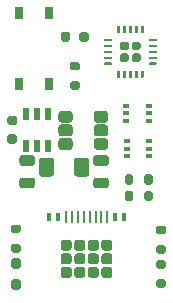
<source format=gbr>
%TF.GenerationSoftware,KiCad,Pcbnew,(5.1.9-0-10_14)*%
%TF.CreationDate,2021-08-07T11:32:03+01:00*%
%TF.ProjectId,Shelly,5368656c-6c79-42e6-9b69-6361645f7063,4*%
%TF.SameCoordinates,Original*%
%TF.FileFunction,Paste,Top*%
%TF.FilePolarity,Positive*%
%FSLAX46Y46*%
G04 Gerber Fmt 4.6, Leading zero omitted, Abs format (unit mm)*
G04 Created by KiCad (PCBNEW (5.1.9-0-10_14)) date 2021-08-07 11:32:03*
%MOMM*%
%LPD*%
G01*
G04 APERTURE LIST*
%ADD10R,0.585000X0.360000*%
%ADD11R,0.540000X0.990000*%
%ADD12R,0.720000X1.080000*%
%ADD13R,0.420000X0.798000*%
%ADD14R,0.270000X1.026000*%
G04 APERTURE END LIST*
D10*
%TO.C,D3*%
X182250000Y-66750000D03*
X182250000Y-68050000D03*
X180350000Y-67400000D03*
X182250000Y-67400000D03*
X180350000Y-68050000D03*
X180350000Y-66750000D03*
%TD*%
%TO.C,D2*%
X182300000Y-69750000D03*
X182300000Y-71050000D03*
X180400000Y-70400000D03*
X182300000Y-70400000D03*
X180400000Y-71050000D03*
X180400000Y-69750000D03*
%TD*%
%TO.C,U1*%
G36*
G01*
X180575000Y-61511000D02*
X180575000Y-61889000D01*
G75*
G02*
X180389000Y-62075000I-186000J0D01*
G01*
X180011000Y-62075000D01*
G75*
G02*
X179825000Y-61889000I0J186000D01*
G01*
X179825000Y-61511000D01*
G75*
G02*
X180011000Y-61325000I186000J0D01*
G01*
X180389000Y-61325000D01*
G75*
G02*
X180575000Y-61511000I0J-186000D01*
G01*
G37*
G36*
G01*
X180575000Y-62511000D02*
X180575000Y-62889000D01*
G75*
G02*
X180389000Y-63075000I-186000J0D01*
G01*
X180011000Y-63075000D01*
G75*
G02*
X179825000Y-62889000I0J186000D01*
G01*
X179825000Y-62511000D01*
G75*
G02*
X180011000Y-62325000I186000J0D01*
G01*
X180389000Y-62325000D01*
G75*
G02*
X180575000Y-62511000I0J-186000D01*
G01*
G37*
G36*
G01*
X181575000Y-61511000D02*
X181575000Y-61889000D01*
G75*
G02*
X181389000Y-62075000I-186000J0D01*
G01*
X181011000Y-62075000D01*
G75*
G02*
X180825000Y-61889000I0J186000D01*
G01*
X180825000Y-61511000D01*
G75*
G02*
X181011000Y-61325000I186000J0D01*
G01*
X181389000Y-61325000D01*
G75*
G02*
X181575000Y-61511000I0J-186000D01*
G01*
G37*
G36*
G01*
X181575000Y-62511000D02*
X181575000Y-62889000D01*
G75*
G02*
X181389000Y-63075000I-186000J0D01*
G01*
X181011000Y-63075000D01*
G75*
G02*
X180825000Y-62889000I0J186000D01*
G01*
X180825000Y-62511000D01*
G75*
G02*
X181011000Y-62325000I186000J0D01*
G01*
X181389000Y-62325000D01*
G75*
G02*
X181575000Y-62511000I0J-186000D01*
G01*
G37*
G36*
G01*
X181812500Y-63841250D02*
X181812500Y-64358750D01*
G75*
G02*
X181756250Y-64415000I-56250J0D01*
G01*
X181643750Y-64415000D01*
G75*
G02*
X181587500Y-64358750I0J56250D01*
G01*
X181587500Y-63841250D01*
G75*
G02*
X181643750Y-63785000I56250J0D01*
G01*
X181756250Y-63785000D01*
G75*
G02*
X181812500Y-63841250I0J-56250D01*
G01*
G37*
G36*
G01*
X181312500Y-63841250D02*
X181312500Y-64358750D01*
G75*
G02*
X181256250Y-64415000I-56250J0D01*
G01*
X181143750Y-64415000D01*
G75*
G02*
X181087500Y-64358750I0J56250D01*
G01*
X181087500Y-63841250D01*
G75*
G02*
X181143750Y-63785000I56250J0D01*
G01*
X181256250Y-63785000D01*
G75*
G02*
X181312500Y-63841250I0J-56250D01*
G01*
G37*
G36*
G01*
X180812500Y-63841250D02*
X180812500Y-64358750D01*
G75*
G02*
X180756250Y-64415000I-56250J0D01*
G01*
X180643750Y-64415000D01*
G75*
G02*
X180587500Y-64358750I0J56250D01*
G01*
X180587500Y-63841250D01*
G75*
G02*
X180643750Y-63785000I56250J0D01*
G01*
X180756250Y-63785000D01*
G75*
G02*
X180812500Y-63841250I0J-56250D01*
G01*
G37*
G36*
G01*
X180312500Y-63841250D02*
X180312500Y-64358750D01*
G75*
G02*
X180256250Y-64415000I-56250J0D01*
G01*
X180143750Y-64415000D01*
G75*
G02*
X180087500Y-64358750I0J56250D01*
G01*
X180087500Y-63841250D01*
G75*
G02*
X180143750Y-63785000I56250J0D01*
G01*
X180256250Y-63785000D01*
G75*
G02*
X180312500Y-63841250I0J-56250D01*
G01*
G37*
G36*
G01*
X179812500Y-63841250D02*
X179812500Y-64358750D01*
G75*
G02*
X179756250Y-64415000I-56250J0D01*
G01*
X179643750Y-64415000D01*
G75*
G02*
X179587500Y-64358750I0J56250D01*
G01*
X179587500Y-63841250D01*
G75*
G02*
X179643750Y-63785000I56250J0D01*
G01*
X179756250Y-63785000D01*
G75*
G02*
X179812500Y-63841250I0J-56250D01*
G01*
G37*
G36*
G01*
X179115000Y-63143750D02*
X179115000Y-63256250D01*
G75*
G02*
X179058750Y-63312500I-56250J0D01*
G01*
X178541250Y-63312500D01*
G75*
G02*
X178485000Y-63256250I0J56250D01*
G01*
X178485000Y-63143750D01*
G75*
G02*
X178541250Y-63087500I56250J0D01*
G01*
X179058750Y-63087500D01*
G75*
G02*
X179115000Y-63143750I0J-56250D01*
G01*
G37*
G36*
G01*
X179115000Y-62643750D02*
X179115000Y-62756250D01*
G75*
G02*
X179058750Y-62812500I-56250J0D01*
G01*
X178541250Y-62812500D01*
G75*
G02*
X178485000Y-62756250I0J56250D01*
G01*
X178485000Y-62643750D01*
G75*
G02*
X178541250Y-62587500I56250J0D01*
G01*
X179058750Y-62587500D01*
G75*
G02*
X179115000Y-62643750I0J-56250D01*
G01*
G37*
G36*
G01*
X179115000Y-62143750D02*
X179115000Y-62256250D01*
G75*
G02*
X179058750Y-62312500I-56250J0D01*
G01*
X178541250Y-62312500D01*
G75*
G02*
X178485000Y-62256250I0J56250D01*
G01*
X178485000Y-62143750D01*
G75*
G02*
X178541250Y-62087500I56250J0D01*
G01*
X179058750Y-62087500D01*
G75*
G02*
X179115000Y-62143750I0J-56250D01*
G01*
G37*
G36*
G01*
X179115000Y-61643750D02*
X179115000Y-61756250D01*
G75*
G02*
X179058750Y-61812500I-56250J0D01*
G01*
X178541250Y-61812500D01*
G75*
G02*
X178485000Y-61756250I0J56250D01*
G01*
X178485000Y-61643750D01*
G75*
G02*
X178541250Y-61587500I56250J0D01*
G01*
X179058750Y-61587500D01*
G75*
G02*
X179115000Y-61643750I0J-56250D01*
G01*
G37*
G36*
G01*
X179115000Y-61143750D02*
X179115000Y-61256250D01*
G75*
G02*
X179058750Y-61312500I-56250J0D01*
G01*
X178541250Y-61312500D01*
G75*
G02*
X178485000Y-61256250I0J56250D01*
G01*
X178485000Y-61143750D01*
G75*
G02*
X178541250Y-61087500I56250J0D01*
G01*
X179058750Y-61087500D01*
G75*
G02*
X179115000Y-61143750I0J-56250D01*
G01*
G37*
G36*
G01*
X179812500Y-60041250D02*
X179812500Y-60558750D01*
G75*
G02*
X179756250Y-60615000I-56250J0D01*
G01*
X179643750Y-60615000D01*
G75*
G02*
X179587500Y-60558750I0J56250D01*
G01*
X179587500Y-60041250D01*
G75*
G02*
X179643750Y-59985000I56250J0D01*
G01*
X179756250Y-59985000D01*
G75*
G02*
X179812500Y-60041250I0J-56250D01*
G01*
G37*
G36*
G01*
X180312500Y-60041250D02*
X180312500Y-60558750D01*
G75*
G02*
X180256250Y-60615000I-56250J0D01*
G01*
X180143750Y-60615000D01*
G75*
G02*
X180087500Y-60558750I0J56250D01*
G01*
X180087500Y-60041250D01*
G75*
G02*
X180143750Y-59985000I56250J0D01*
G01*
X180256250Y-59985000D01*
G75*
G02*
X180312500Y-60041250I0J-56250D01*
G01*
G37*
G36*
G01*
X180812500Y-60041250D02*
X180812500Y-60558750D01*
G75*
G02*
X180756250Y-60615000I-56250J0D01*
G01*
X180643750Y-60615000D01*
G75*
G02*
X180587500Y-60558750I0J56250D01*
G01*
X180587500Y-60041250D01*
G75*
G02*
X180643750Y-59985000I56250J0D01*
G01*
X180756250Y-59985000D01*
G75*
G02*
X180812500Y-60041250I0J-56250D01*
G01*
G37*
G36*
G01*
X181312500Y-60041250D02*
X181312500Y-60558750D01*
G75*
G02*
X181256250Y-60615000I-56250J0D01*
G01*
X181143750Y-60615000D01*
G75*
G02*
X181087500Y-60558750I0J56250D01*
G01*
X181087500Y-60041250D01*
G75*
G02*
X181143750Y-59985000I56250J0D01*
G01*
X181256250Y-59985000D01*
G75*
G02*
X181312500Y-60041250I0J-56250D01*
G01*
G37*
G36*
G01*
X181812500Y-60041250D02*
X181812500Y-60558750D01*
G75*
G02*
X181756250Y-60615000I-56250J0D01*
G01*
X181643750Y-60615000D01*
G75*
G02*
X181587500Y-60558750I0J56250D01*
G01*
X181587500Y-60041250D01*
G75*
G02*
X181643750Y-59985000I56250J0D01*
G01*
X181756250Y-59985000D01*
G75*
G02*
X181812500Y-60041250I0J-56250D01*
G01*
G37*
G36*
G01*
X182915000Y-61143750D02*
X182915000Y-61256250D01*
G75*
G02*
X182858750Y-61312500I-56250J0D01*
G01*
X182341250Y-61312500D01*
G75*
G02*
X182285000Y-61256250I0J56250D01*
G01*
X182285000Y-61143750D01*
G75*
G02*
X182341250Y-61087500I56250J0D01*
G01*
X182858750Y-61087500D01*
G75*
G02*
X182915000Y-61143750I0J-56250D01*
G01*
G37*
G36*
G01*
X182915000Y-61643750D02*
X182915000Y-61756250D01*
G75*
G02*
X182858750Y-61812500I-56250J0D01*
G01*
X182341250Y-61812500D01*
G75*
G02*
X182285000Y-61756250I0J56250D01*
G01*
X182285000Y-61643750D01*
G75*
G02*
X182341250Y-61587500I56250J0D01*
G01*
X182858750Y-61587500D01*
G75*
G02*
X182915000Y-61643750I0J-56250D01*
G01*
G37*
G36*
G01*
X182915000Y-62143750D02*
X182915000Y-62256250D01*
G75*
G02*
X182858750Y-62312500I-56250J0D01*
G01*
X182341250Y-62312500D01*
G75*
G02*
X182285000Y-62256250I0J56250D01*
G01*
X182285000Y-62143750D01*
G75*
G02*
X182341250Y-62087500I56250J0D01*
G01*
X182858750Y-62087500D01*
G75*
G02*
X182915000Y-62143750I0J-56250D01*
G01*
G37*
G36*
G01*
X182915000Y-62643750D02*
X182915000Y-62756250D01*
G75*
G02*
X182858750Y-62812500I-56250J0D01*
G01*
X182341250Y-62812500D01*
G75*
G02*
X182285000Y-62756250I0J56250D01*
G01*
X182285000Y-62643750D01*
G75*
G02*
X182341250Y-62587500I56250J0D01*
G01*
X182858750Y-62587500D01*
G75*
G02*
X182915000Y-62643750I0J-56250D01*
G01*
G37*
G36*
G01*
X182915000Y-63143750D02*
X182915000Y-63256250D01*
G75*
G02*
X182858750Y-63312500I-56250J0D01*
G01*
X182341250Y-63312500D01*
G75*
G02*
X182285000Y-63256250I0J56250D01*
G01*
X182285000Y-63143750D01*
G75*
G02*
X182341250Y-63087500I56250J0D01*
G01*
X182858750Y-63087500D01*
G75*
G02*
X182915000Y-63143750I0J-56250D01*
G01*
G37*
%TD*%
%TO.C,Reg1*%
G36*
G01*
X177610000Y-70240000D02*
X177610000Y-69740000D01*
G75*
G02*
X177860000Y-69490000I250000J0D01*
G01*
X178560000Y-69490000D01*
G75*
G02*
X178810000Y-69740000I0J-250000D01*
G01*
X178810000Y-70240000D01*
G75*
G02*
X178560000Y-70490000I-250000J0D01*
G01*
X177860000Y-70490000D01*
G75*
G02*
X177610000Y-70240000I0J250000D01*
G01*
G37*
G36*
G01*
X177610000Y-69090000D02*
X177610000Y-68590000D01*
G75*
G02*
X177860000Y-68340000I250000J0D01*
G01*
X178560000Y-68340000D01*
G75*
G02*
X178810000Y-68590000I0J-250000D01*
G01*
X178810000Y-69090000D01*
G75*
G02*
X178560000Y-69340000I-250000J0D01*
G01*
X177860000Y-69340000D01*
G75*
G02*
X177610000Y-69090000I0J250000D01*
G01*
G37*
G36*
G01*
X177610000Y-67940000D02*
X177610000Y-67440000D01*
G75*
G02*
X177860000Y-67190000I250000J0D01*
G01*
X178560000Y-67190000D01*
G75*
G02*
X178810000Y-67440000I0J-250000D01*
G01*
X178810000Y-67940000D01*
G75*
G02*
X178560000Y-68190000I-250000J0D01*
G01*
X177860000Y-68190000D01*
G75*
G02*
X177610000Y-67940000I0J250000D01*
G01*
G37*
G36*
G01*
X174610000Y-69090000D02*
X174610000Y-68590000D01*
G75*
G02*
X174860000Y-68340000I250000J0D01*
G01*
X175560000Y-68340000D01*
G75*
G02*
X175810000Y-68590000I0J-250000D01*
G01*
X175810000Y-69090000D01*
G75*
G02*
X175560000Y-69340000I-250000J0D01*
G01*
X174860000Y-69340000D01*
G75*
G02*
X174610000Y-69090000I0J250000D01*
G01*
G37*
G36*
G01*
X174610000Y-70240000D02*
X174610000Y-69740000D01*
G75*
G02*
X174860000Y-69490000I250000J0D01*
G01*
X175560000Y-69490000D01*
G75*
G02*
X175810000Y-69740000I0J-250000D01*
G01*
X175810000Y-70240000D01*
G75*
G02*
X175560000Y-70490000I-250000J0D01*
G01*
X174860000Y-70490000D01*
G75*
G02*
X174610000Y-70240000I0J250000D01*
G01*
G37*
G36*
G01*
X174610000Y-67940000D02*
X174610000Y-67440000D01*
G75*
G02*
X174860000Y-67190000I250000J0D01*
G01*
X175560000Y-67190000D01*
G75*
G02*
X175810000Y-67440000I0J-250000D01*
G01*
X175810000Y-67940000D01*
G75*
G02*
X175560000Y-68190000I-250000J0D01*
G01*
X174860000Y-68190000D01*
G75*
G02*
X174610000Y-67940000I0J250000D01*
G01*
G37*
D11*
X173760000Y-67440000D03*
X171860000Y-67440000D03*
X172810000Y-67440000D03*
X171860000Y-70140000D03*
X172810000Y-70140000D03*
X173760000Y-70140000D03*
G36*
G01*
X177782500Y-70940000D02*
X178637500Y-70940000D01*
G75*
G02*
X178862500Y-71165000I0J-225000D01*
G01*
X178862500Y-71615000D01*
G75*
G02*
X178637500Y-71840000I-225000J0D01*
G01*
X177782500Y-71840000D01*
G75*
G02*
X177557500Y-71615000I0J225000D01*
G01*
X177557500Y-71165000D01*
G75*
G02*
X177782500Y-70940000I225000J0D01*
G01*
G37*
G36*
G01*
X177782500Y-72840000D02*
X178637500Y-72840000D01*
G75*
G02*
X178862500Y-73065000I0J-225000D01*
G01*
X178862500Y-73515000D01*
G75*
G02*
X178637500Y-73740000I-225000J0D01*
G01*
X177782500Y-73740000D01*
G75*
G02*
X177557500Y-73515000I0J225000D01*
G01*
X177557500Y-73065000D01*
G75*
G02*
X177782500Y-72840000I225000J0D01*
G01*
G37*
G36*
G01*
X171532500Y-72840000D02*
X172387500Y-72840000D01*
G75*
G02*
X172612500Y-73065000I0J-225000D01*
G01*
X172612500Y-73515000D01*
G75*
G02*
X172387500Y-73740000I-225000J0D01*
G01*
X171532500Y-73740000D01*
G75*
G02*
X171307500Y-73515000I0J225000D01*
G01*
X171307500Y-73065000D01*
G75*
G02*
X171532500Y-72840000I225000J0D01*
G01*
G37*
G36*
G01*
X171532500Y-70940000D02*
X172387500Y-70940000D01*
G75*
G02*
X172612500Y-71165000I0J-225000D01*
G01*
X172612500Y-71615000D01*
G75*
G02*
X172387500Y-71840000I-225000J0D01*
G01*
X171532500Y-71840000D01*
G75*
G02*
X171307500Y-71615000I0J225000D01*
G01*
X171307500Y-71165000D01*
G75*
G02*
X171532500Y-70940000I225000J0D01*
G01*
G37*
G36*
G01*
X170935000Y-68420000D02*
X170485000Y-68420000D01*
G75*
G02*
X170282500Y-68217500I0J202500D01*
G01*
X170282500Y-67812500D01*
G75*
G02*
X170485000Y-67610000I202500J0D01*
G01*
X170935000Y-67610000D01*
G75*
G02*
X171137500Y-67812500I0J-202500D01*
G01*
X171137500Y-68217500D01*
G75*
G02*
X170935000Y-68420000I-202500J0D01*
G01*
G37*
G36*
G01*
X170935000Y-69970000D02*
X170485000Y-69970000D01*
G75*
G02*
X170282500Y-69767500I0J202500D01*
G01*
X170282500Y-69362500D01*
G75*
G02*
X170485000Y-69160000I202500J0D01*
G01*
X170935000Y-69160000D01*
G75*
G02*
X171137500Y-69362500I0J-202500D01*
G01*
X171137500Y-69767500D01*
G75*
G02*
X170935000Y-69970000I-202500J0D01*
G01*
G37*
G36*
G01*
X172956250Y-72523064D02*
X172956250Y-71396936D01*
G75*
G02*
X173180686Y-71172500I224436J0D01*
G01*
X174014314Y-71172500D01*
G75*
G02*
X174238750Y-71396936I0J-224436D01*
G01*
X174238750Y-72523064D01*
G75*
G02*
X174014314Y-72747500I-224436J0D01*
G01*
X173180686Y-72747500D01*
G75*
G02*
X172956250Y-72523064I0J224436D01*
G01*
G37*
G36*
G01*
X175931250Y-72523064D02*
X175931250Y-71396936D01*
G75*
G02*
X176155686Y-71172500I224436J0D01*
G01*
X176989314Y-71172500D01*
G75*
G02*
X177213750Y-71396936I0J-224436D01*
G01*
X177213750Y-72523064D01*
G75*
G02*
X176989314Y-72747500I-224436J0D01*
G01*
X176155686Y-72747500D01*
G75*
G02*
X175931250Y-72523064I0J224436D01*
G01*
G37*
%TD*%
%TO.C,R6*%
G36*
G01*
X175752500Y-64690000D02*
X176247500Y-64690000D01*
G75*
G02*
X176427500Y-64870000I0J-180000D01*
G01*
X176427500Y-65230000D01*
G75*
G02*
X176247500Y-65410000I-180000J0D01*
G01*
X175752500Y-65410000D01*
G75*
G02*
X175572500Y-65230000I0J180000D01*
G01*
X175572500Y-64870000D01*
G75*
G02*
X175752500Y-64690000I180000J0D01*
G01*
G37*
G36*
G01*
X175752500Y-63040000D02*
X176247500Y-63040000D01*
G75*
G02*
X176427500Y-63220000I0J-180000D01*
G01*
X176427500Y-63580000D01*
G75*
G02*
X176247500Y-63760000I-180000J0D01*
G01*
X175752500Y-63760000D01*
G75*
G02*
X175572500Y-63580000I0J180000D01*
G01*
X175572500Y-63220000D01*
G75*
G02*
X175752500Y-63040000I180000J0D01*
G01*
G37*
%TD*%
%TO.C,R5*%
G36*
G01*
X181865000Y-74647500D02*
X181865000Y-74152500D01*
G75*
G02*
X182045000Y-73972500I180000J0D01*
G01*
X182405000Y-73972500D01*
G75*
G02*
X182585000Y-74152500I0J-180000D01*
G01*
X182585000Y-74647500D01*
G75*
G02*
X182405000Y-74827500I-180000J0D01*
G01*
X182045000Y-74827500D01*
G75*
G02*
X181865000Y-74647500I0J180000D01*
G01*
G37*
G36*
G01*
X180215000Y-74647500D02*
X180215000Y-74152500D01*
G75*
G02*
X180395000Y-73972500I180000J0D01*
G01*
X180755000Y-73972500D01*
G75*
G02*
X180935000Y-74152500I0J-180000D01*
G01*
X180935000Y-74647500D01*
G75*
G02*
X180755000Y-74827500I-180000J0D01*
G01*
X180395000Y-74827500D01*
G75*
G02*
X180215000Y-74647500I0J180000D01*
G01*
G37*
%TD*%
%TO.C,R4*%
G36*
G01*
X181865000Y-73247500D02*
X181865000Y-72752500D01*
G75*
G02*
X182045000Y-72572500I180000J0D01*
G01*
X182405000Y-72572500D01*
G75*
G02*
X182585000Y-72752500I0J-180000D01*
G01*
X182585000Y-73247500D01*
G75*
G02*
X182405000Y-73427500I-180000J0D01*
G01*
X182045000Y-73427500D01*
G75*
G02*
X181865000Y-73247500I0J180000D01*
G01*
G37*
G36*
G01*
X180215000Y-73247500D02*
X180215000Y-72752500D01*
G75*
G02*
X180395000Y-72572500I180000J0D01*
G01*
X180755000Y-72572500D01*
G75*
G02*
X180935000Y-72752500I0J-180000D01*
G01*
X180935000Y-73247500D01*
G75*
G02*
X180755000Y-73427500I-180000J0D01*
G01*
X180395000Y-73427500D01*
G75*
G02*
X180215000Y-73247500I0J180000D01*
G01*
G37*
%TD*%
%TO.C,R3*%
G36*
G01*
X170752500Y-78465000D02*
X171247500Y-78465000D01*
G75*
G02*
X171427500Y-78645000I0J-180000D01*
G01*
X171427500Y-79005000D01*
G75*
G02*
X171247500Y-79185000I-180000J0D01*
G01*
X170752500Y-79185000D01*
G75*
G02*
X170572500Y-79005000I0J180000D01*
G01*
X170572500Y-78645000D01*
G75*
G02*
X170752500Y-78465000I180000J0D01*
G01*
G37*
G36*
G01*
X170752500Y-76815000D02*
X171247500Y-76815000D01*
G75*
G02*
X171427500Y-76995000I0J-180000D01*
G01*
X171427500Y-77355000D01*
G75*
G02*
X171247500Y-77535000I-180000J0D01*
G01*
X170752500Y-77535000D01*
G75*
G02*
X170572500Y-77355000I0J180000D01*
G01*
X170572500Y-76995000D01*
G75*
G02*
X170752500Y-76815000I180000J0D01*
G01*
G37*
%TD*%
%TO.C,R2*%
G36*
G01*
X183547500Y-77635000D02*
X183052500Y-77635000D01*
G75*
G02*
X182872500Y-77455000I0J180000D01*
G01*
X182872500Y-77095000D01*
G75*
G02*
X183052500Y-76915000I180000J0D01*
G01*
X183547500Y-76915000D01*
G75*
G02*
X183727500Y-77095000I0J-180000D01*
G01*
X183727500Y-77455000D01*
G75*
G02*
X183547500Y-77635000I-180000J0D01*
G01*
G37*
G36*
G01*
X183547500Y-79285000D02*
X183052500Y-79285000D01*
G75*
G02*
X182872500Y-79105000I0J180000D01*
G01*
X182872500Y-78745000D01*
G75*
G02*
X183052500Y-78565000I180000J0D01*
G01*
X183547500Y-78565000D01*
G75*
G02*
X183727500Y-78745000I0J-180000D01*
G01*
X183727500Y-79105000D01*
G75*
G02*
X183547500Y-79285000I-180000J0D01*
G01*
G37*
%TD*%
%TO.C,R1*%
G36*
G01*
X183052500Y-81465000D02*
X183547500Y-81465000D01*
G75*
G02*
X183727500Y-81645000I0J-180000D01*
G01*
X183727500Y-82005000D01*
G75*
G02*
X183547500Y-82185000I-180000J0D01*
G01*
X183052500Y-82185000D01*
G75*
G02*
X182872500Y-82005000I0J180000D01*
G01*
X182872500Y-81645000D01*
G75*
G02*
X183052500Y-81465000I180000J0D01*
G01*
G37*
G36*
G01*
X183052500Y-79815000D02*
X183547500Y-79815000D01*
G75*
G02*
X183727500Y-79995000I0J-180000D01*
G01*
X183727500Y-80355000D01*
G75*
G02*
X183547500Y-80535000I-180000J0D01*
G01*
X183052500Y-80535000D01*
G75*
G02*
X182872500Y-80355000I0J180000D01*
G01*
X182872500Y-79995000D01*
G75*
G02*
X183052500Y-79815000I180000J0D01*
G01*
G37*
%TD*%
%TO.C,C1*%
G36*
G01*
X175630000Y-60675000D02*
X175630000Y-61125000D01*
G75*
G02*
X175427500Y-61327500I-202500J0D01*
G01*
X175022500Y-61327500D01*
G75*
G02*
X174820000Y-61125000I0J202500D01*
G01*
X174820000Y-60675000D01*
G75*
G02*
X175022500Y-60472500I202500J0D01*
G01*
X175427500Y-60472500D01*
G75*
G02*
X175630000Y-60675000I0J-202500D01*
G01*
G37*
G36*
G01*
X177180000Y-60675000D02*
X177180000Y-61125000D01*
G75*
G02*
X176977500Y-61327500I-202500J0D01*
G01*
X176572500Y-61327500D01*
G75*
G02*
X176370000Y-61125000I0J202500D01*
G01*
X176370000Y-60675000D01*
G75*
G02*
X176572500Y-60472500I202500J0D01*
G01*
X176977500Y-60472500D01*
G75*
G02*
X177180000Y-60675000I0J-202500D01*
G01*
G37*
%TD*%
%TO.C,D1*%
G36*
G01*
X171213750Y-80597500D02*
X170786250Y-80597500D01*
G75*
G02*
X170572500Y-80383750I0J213750D01*
G01*
X170572500Y-79866250D01*
G75*
G02*
X170786250Y-79652500I213750J0D01*
G01*
X171213750Y-79652500D01*
G75*
G02*
X171427500Y-79866250I0J-213750D01*
G01*
X171427500Y-80383750D01*
G75*
G02*
X171213750Y-80597500I-213750J0D01*
G01*
G37*
G36*
G01*
X171213750Y-82347500D02*
X170786250Y-82347500D01*
G75*
G02*
X170572500Y-82133750I0J213750D01*
G01*
X170572500Y-81616250D01*
G75*
G02*
X170786250Y-81402500I213750J0D01*
G01*
X171213750Y-81402500D01*
G75*
G02*
X171427500Y-81616250I0J-213750D01*
G01*
X171427500Y-82133750D01*
G75*
G02*
X171213750Y-82347500I-213750J0D01*
G01*
G37*
%TD*%
D12*
%TO.C,U2*%
X171230000Y-64900000D03*
X173770000Y-64900000D03*
X173770000Y-58900000D03*
X171230000Y-58900000D03*
%TD*%
%TO.C,J4*%
G36*
G01*
X175950000Y-79947500D02*
X175950000Y-79482500D01*
G75*
G02*
X176182500Y-79250000I232500J0D01*
G01*
X176647500Y-79250000D01*
G75*
G02*
X176880000Y-79482500I0J-232500D01*
G01*
X176880000Y-79947500D01*
G75*
G02*
X176647500Y-80180000I-232500J0D01*
G01*
X176182500Y-80180000D01*
G75*
G02*
X175950000Y-79947500I0J232500D01*
G01*
G37*
G36*
G01*
X175950000Y-81097500D02*
X175950000Y-80632500D01*
G75*
G02*
X176182500Y-80400000I232500J0D01*
G01*
X176647500Y-80400000D01*
G75*
G02*
X176880000Y-80632500I0J-232500D01*
G01*
X176880000Y-81097500D01*
G75*
G02*
X176647500Y-81330000I-232500J0D01*
G01*
X176182500Y-81330000D01*
G75*
G02*
X175950000Y-81097500I0J232500D01*
G01*
G37*
G36*
G01*
X177100000Y-78797500D02*
X177100000Y-78332500D01*
G75*
G02*
X177332500Y-78100000I232500J0D01*
G01*
X177797500Y-78100000D01*
G75*
G02*
X178030000Y-78332500I0J-232500D01*
G01*
X178030000Y-78797500D01*
G75*
G02*
X177797500Y-79030000I-232500J0D01*
G01*
X177332500Y-79030000D01*
G75*
G02*
X177100000Y-78797500I0J232500D01*
G01*
G37*
G36*
G01*
X177100000Y-79947500D02*
X177100000Y-79482500D01*
G75*
G02*
X177332500Y-79250000I232500J0D01*
G01*
X177797500Y-79250000D01*
G75*
G02*
X178030000Y-79482500I0J-232500D01*
G01*
X178030000Y-79947500D01*
G75*
G02*
X177797500Y-80180000I-232500J0D01*
G01*
X177332500Y-80180000D01*
G75*
G02*
X177100000Y-79947500I0J232500D01*
G01*
G37*
G36*
G01*
X177100000Y-81097500D02*
X177100000Y-80632500D01*
G75*
G02*
X177332500Y-80400000I232500J0D01*
G01*
X177797500Y-80400000D01*
G75*
G02*
X178030000Y-80632500I0J-232500D01*
G01*
X178030000Y-81097500D01*
G75*
G02*
X177797500Y-81330000I-232500J0D01*
G01*
X177332500Y-81330000D01*
G75*
G02*
X177100000Y-81097500I0J232500D01*
G01*
G37*
G36*
G01*
X178250000Y-78797500D02*
X178250000Y-78332500D01*
G75*
G02*
X178482500Y-78100000I232500J0D01*
G01*
X178947500Y-78100000D01*
G75*
G02*
X179180000Y-78332500I0J-232500D01*
G01*
X179180000Y-78797500D01*
G75*
G02*
X178947500Y-79030000I-232500J0D01*
G01*
X178482500Y-79030000D01*
G75*
G02*
X178250000Y-78797500I0J232500D01*
G01*
G37*
G36*
G01*
X178250000Y-79947500D02*
X178250000Y-79482500D01*
G75*
G02*
X178482500Y-79250000I232500J0D01*
G01*
X178947500Y-79250000D01*
G75*
G02*
X179180000Y-79482500I0J-232500D01*
G01*
X179180000Y-79947500D01*
G75*
G02*
X178947500Y-80180000I-232500J0D01*
G01*
X178482500Y-80180000D01*
G75*
G02*
X178250000Y-79947500I0J232500D01*
G01*
G37*
G36*
G01*
X178250000Y-81097500D02*
X178250000Y-80632500D01*
G75*
G02*
X178482500Y-80400000I232500J0D01*
G01*
X178947500Y-80400000D01*
G75*
G02*
X179180000Y-80632500I0J-232500D01*
G01*
X179180000Y-81097500D01*
G75*
G02*
X178947500Y-81330000I-232500J0D01*
G01*
X178482500Y-81330000D01*
G75*
G02*
X178250000Y-81097500I0J232500D01*
G01*
G37*
G36*
G01*
X174800000Y-78797500D02*
X174800000Y-78332500D01*
G75*
G02*
X175032500Y-78100000I232500J0D01*
G01*
X175497500Y-78100000D01*
G75*
G02*
X175730000Y-78332500I0J-232500D01*
G01*
X175730000Y-78797500D01*
G75*
G02*
X175497500Y-79030000I-232500J0D01*
G01*
X175032500Y-79030000D01*
G75*
G02*
X174800000Y-78797500I0J232500D01*
G01*
G37*
G36*
G01*
X174800000Y-79947500D02*
X174800000Y-79482500D01*
G75*
G02*
X175032500Y-79250000I232500J0D01*
G01*
X175497500Y-79250000D01*
G75*
G02*
X175730000Y-79482500I0J-232500D01*
G01*
X175730000Y-79947500D01*
G75*
G02*
X175497500Y-80180000I-232500J0D01*
G01*
X175032500Y-80180000D01*
G75*
G02*
X174800000Y-79947500I0J232500D01*
G01*
G37*
G36*
G01*
X174800000Y-81097500D02*
X174800000Y-80632500D01*
G75*
G02*
X175032500Y-80400000I232500J0D01*
G01*
X175497500Y-80400000D01*
G75*
G02*
X175730000Y-80632500I0J-232500D01*
G01*
X175730000Y-81097500D01*
G75*
G02*
X175497500Y-81330000I-232500J0D01*
G01*
X175032500Y-81330000D01*
G75*
G02*
X174800000Y-81097500I0J232500D01*
G01*
G37*
G36*
G01*
X175950000Y-78797500D02*
X175950000Y-78332500D01*
G75*
G02*
X176182500Y-78100000I232500J0D01*
G01*
X176647500Y-78100000D01*
G75*
G02*
X176880000Y-78332500I0J-232500D01*
G01*
X176880000Y-78797500D01*
G75*
G02*
X176647500Y-79030000I-232500J0D01*
G01*
X176182500Y-79030000D01*
G75*
G02*
X175950000Y-78797500I0J232500D01*
G01*
G37*
D13*
X174600000Y-76140000D03*
X179400000Y-76140000D03*
D14*
X177250000Y-76140000D03*
X176750000Y-76140000D03*
X177750000Y-76140000D03*
X176250000Y-76140000D03*
X178250000Y-76140000D03*
X175750000Y-76140000D03*
X178750000Y-76140000D03*
X175250000Y-76140000D03*
D13*
X180200000Y-76140000D03*
X173800000Y-76140000D03*
%TD*%
M02*

</source>
